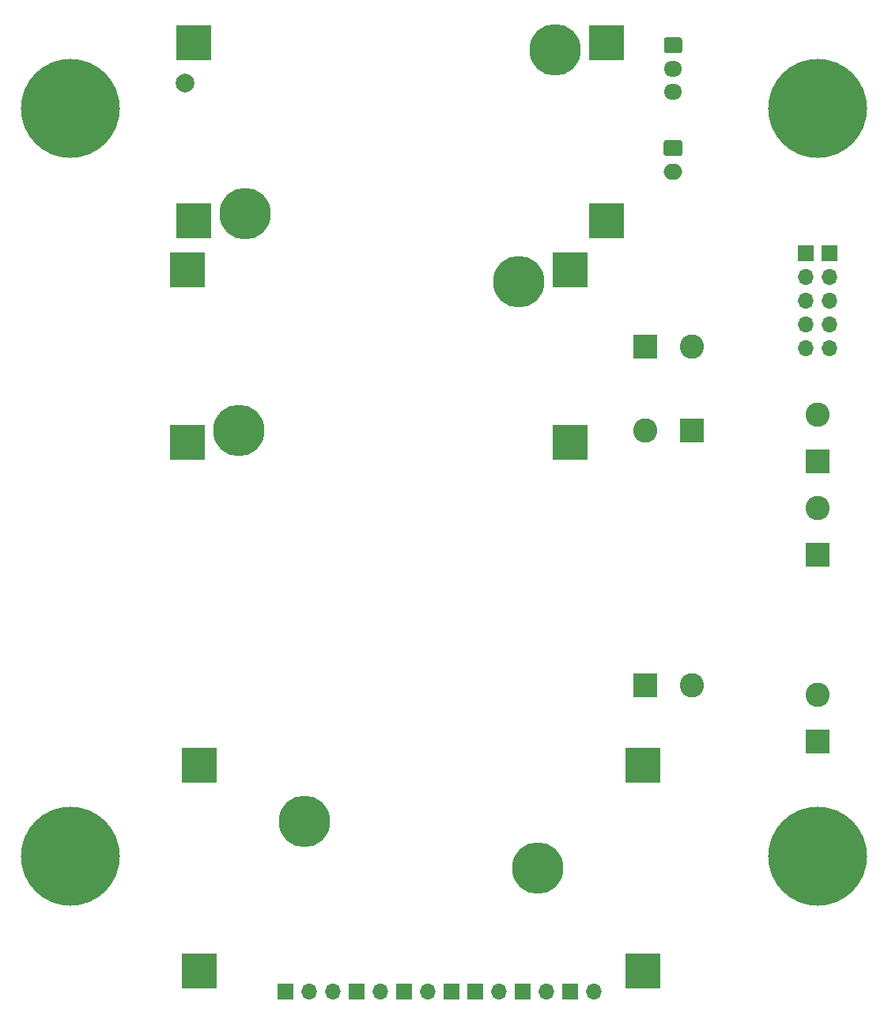
<source format=gbs>
G04 #@! TF.GenerationSoftware,KiCad,Pcbnew,5.1.10*
G04 #@! TF.CreationDate,2021-05-19T15:41:42-05:00*
G04 #@! TF.ProjectId,Power Board,506f7765-7220-4426-9f61-72642e6b6963,rev?*
G04 #@! TF.SameCoordinates,Original*
G04 #@! TF.FileFunction,Soldermask,Bot*
G04 #@! TF.FilePolarity,Negative*
%FSLAX46Y46*%
G04 Gerber Fmt 4.6, Leading zero omitted, Abs format (unit mm)*
G04 Created by KiCad (PCBNEW 5.1.10) date 2021-05-19 15:41:42*
%MOMM*%
%LPD*%
G01*
G04 APERTURE LIST*
%ADD10C,2.600000*%
%ADD11R,2.600000X2.600000*%
%ADD12C,5.500000*%
%ADD13R,3.750000X3.750000*%
%ADD14C,2.000000*%
%ADD15O,1.700000X1.700000*%
%ADD16R,1.700000X1.700000*%
%ADD17O,2.000000X1.700000*%
%ADD18O,1.950000X1.700000*%
%ADD19C,0.900000*%
%ADD20C,10.600000*%
G04 APERTURE END LIST*
D10*
X94000000Y-87750000D03*
D11*
X89000000Y-87750000D03*
D12*
X77500000Y-107250000D03*
X52500000Y-102250000D03*
D13*
X88750000Y-118250000D03*
X88750000Y-96250000D03*
X41250000Y-118250000D03*
X41250000Y-96250000D03*
D12*
X45500000Y-60500000D03*
X75500000Y-44500000D03*
D13*
X81000000Y-43250000D03*
X81000000Y-61750000D03*
X40000000Y-43250000D03*
X40000000Y-61750000D03*
D14*
X39750000Y-23300000D03*
D12*
X46150000Y-37250000D03*
X79350000Y-19750000D03*
D13*
X84850000Y-19000000D03*
X84850000Y-38000000D03*
X40650000Y-19000000D03*
X40650000Y-38000000D03*
D15*
X83520000Y-120500000D03*
D16*
X80980000Y-120500000D03*
D15*
X55580000Y-120500000D03*
X53040000Y-120500000D03*
D16*
X50500000Y-120500000D03*
D15*
X65740000Y-120500000D03*
D16*
X63200000Y-120500000D03*
D15*
X73360000Y-120500000D03*
D16*
X70820000Y-120500000D03*
X68280000Y-120500000D03*
D15*
X78440000Y-120500000D03*
D16*
X75900000Y-120500000D03*
D15*
X60660000Y-120500000D03*
D16*
X58120000Y-120500000D03*
D15*
X108790000Y-51660000D03*
X108790000Y-49120000D03*
X108790000Y-46580000D03*
X108790000Y-44040000D03*
D16*
X108790000Y-41500000D03*
D15*
X106250000Y-51660000D03*
X106250000Y-49120000D03*
X106250000Y-46580000D03*
X106250000Y-44040000D03*
D16*
X106250000Y-41500000D03*
D10*
X107500000Y-58750000D03*
D11*
X107500000Y-63750000D03*
D10*
X107500000Y-68750000D03*
D11*
X107500000Y-73750000D03*
D17*
X92000000Y-32750000D03*
G36*
G01*
X91250000Y-29400000D02*
X92750000Y-29400000D01*
G75*
G02*
X93000000Y-29650000I0J-250000D01*
G01*
X93000000Y-30850000D01*
G75*
G02*
X92750000Y-31100000I-250000J0D01*
G01*
X91250000Y-31100000D01*
G75*
G02*
X91000000Y-30850000I0J250000D01*
G01*
X91000000Y-29650000D01*
G75*
G02*
X91250000Y-29400000I250000J0D01*
G01*
G37*
D10*
X89000000Y-60500000D03*
D11*
X94000000Y-60500000D03*
D10*
X107500000Y-88750000D03*
D11*
X107500000Y-93750000D03*
D10*
X94000000Y-51500000D03*
D11*
X89000000Y-51500000D03*
D18*
X92000000Y-24250000D03*
X92000000Y-21750000D03*
G36*
G01*
X91275000Y-18400000D02*
X92725000Y-18400000D01*
G75*
G02*
X92975000Y-18650000I0J-250000D01*
G01*
X92975000Y-19850000D01*
G75*
G02*
X92725000Y-20100000I-250000J0D01*
G01*
X91275000Y-20100000D01*
G75*
G02*
X91025000Y-19850000I0J250000D01*
G01*
X91025000Y-18650000D01*
G75*
G02*
X91275000Y-18400000I250000J0D01*
G01*
G37*
D19*
X110310749Y-103189251D03*
X107500000Y-102025000D03*
X104689251Y-103189251D03*
X103525000Y-106000000D03*
X104689251Y-108810749D03*
X107500000Y-109975000D03*
X110310749Y-108810749D03*
X111475000Y-106000000D03*
D20*
X107500000Y-106000000D03*
D19*
X110310749Y-23189251D03*
X107500000Y-22025000D03*
X104689251Y-23189251D03*
X103525000Y-26000000D03*
X104689251Y-28810749D03*
X107500000Y-29975000D03*
X110310749Y-28810749D03*
X111475000Y-26000000D03*
D20*
X107500000Y-26000000D03*
D19*
X30310749Y-103189251D03*
X27500000Y-102025000D03*
X24689251Y-103189251D03*
X23525000Y-106000000D03*
X24689251Y-108810749D03*
X27500000Y-109975000D03*
X30310749Y-108810749D03*
X31475000Y-106000000D03*
D20*
X27500000Y-106000000D03*
D19*
X30310749Y-23189251D03*
X27500000Y-22025000D03*
X24689251Y-23189251D03*
X23525000Y-26000000D03*
X24689251Y-28810749D03*
X27500000Y-29975000D03*
X30310749Y-28810749D03*
X31475000Y-26000000D03*
D20*
X27500000Y-26000000D03*
M02*

</source>
